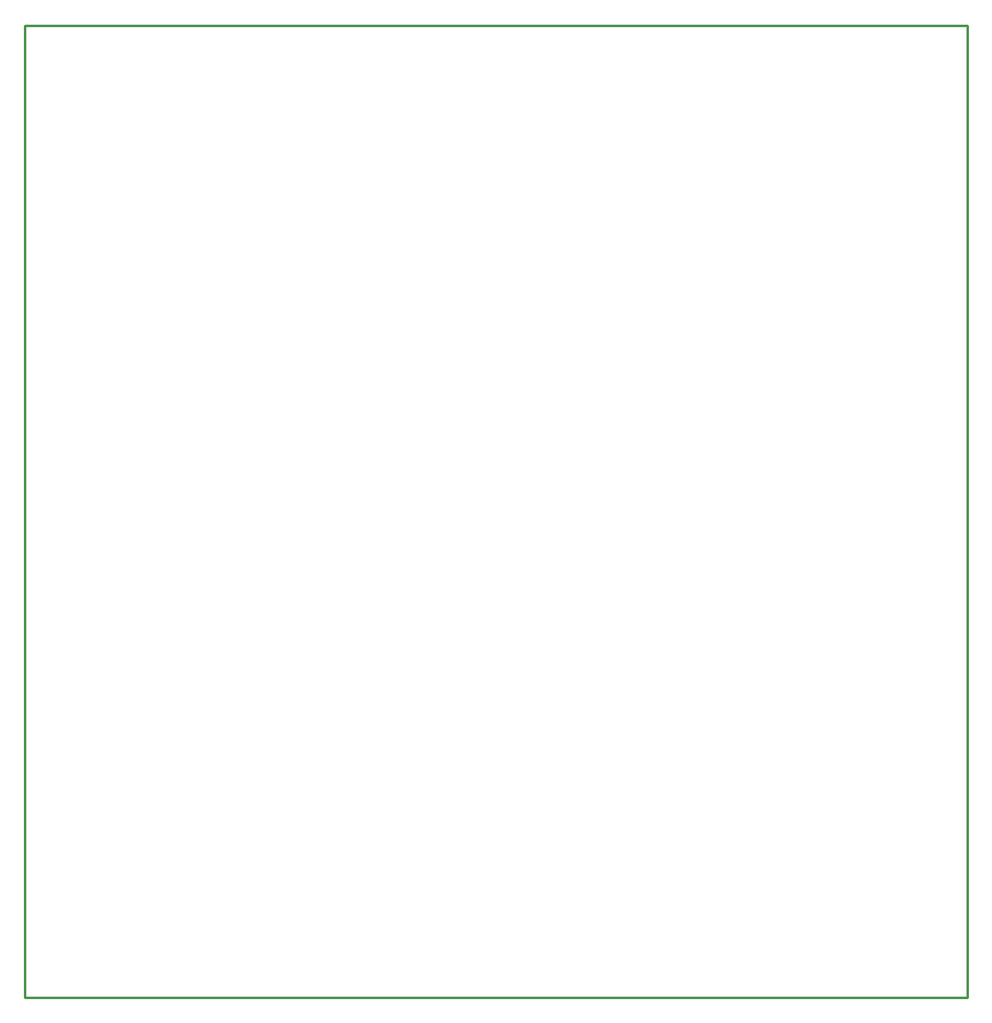
<source format=gko>
G04 Layer: BoardOutlineLayer*
G04 EasyEDA v6.5.46, 2024-10-06 11:37:13*
G04 ab947d6f174c44c6bcda00e1859507e9,10*
G04 Gerber Generator version 0.2*
G04 Scale: 100 percent, Rotated: No, Reflected: No *
G04 Dimensions in millimeters *
G04 leading zeros omitted , absolute positions ,4 integer and 5 decimal *
%FSLAX45Y45*%
%MOMM*%

%ADD10C,0.2540*%
D10*
X700023Y12999974D02*
G01*
X10388600Y12999974D01*
X10388600Y2999994D01*
X700023Y2999994D01*
X700023Y12999974D01*

%LPD*%
M02*

</source>
